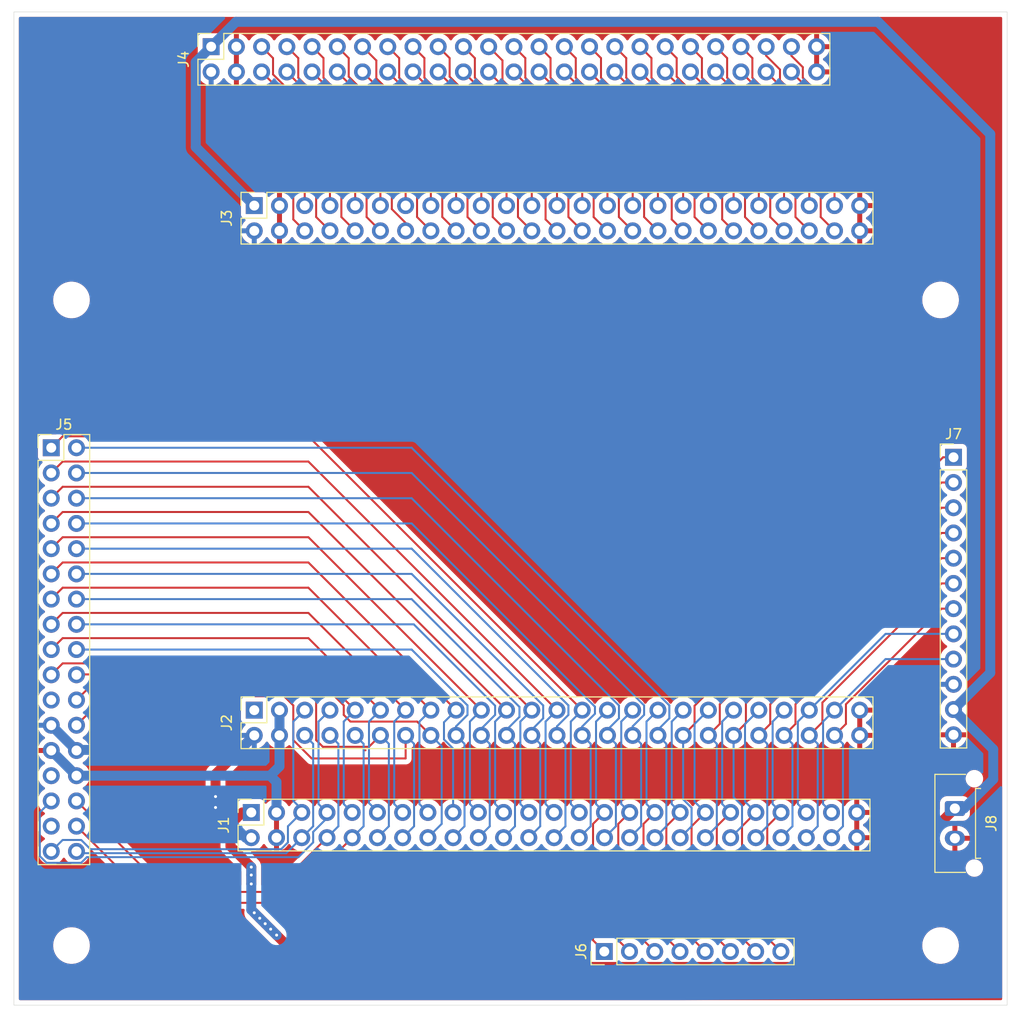
<source format=kicad_pcb>
(kicad_pcb (version 20240108) (generator "pcbnew") (generator_version "8.0")
  (layers (0 "F.Cu" signal) (31 "B.Cu" signal) (34 "B.Paste" user) (35 "F.Paste" user) (36 "B.SilkS" user "B.Silkscreen") (37 "F.SilkS" user "F.Silkscreen") (38 "B.Mask" user) (39 "F.Mask" user) (44 "Edge.Cuts" user))
  (net 0 "")
  (net 1 "/A15")
  (net 2 "/A12")
  (net 3 "/C13")
  (net 4 "/C11")
  (net 5 "/B15")
  (net 6 "/F17")
  (net 7 "/E18")
  (net 8 "/C18")
  (net 9 "/A14")
  (net 10 "+3.3V")
  (net 11 "/G17")
  (net 12 "/E16")
  (net 13 "/B16")
  (net 14 "/D10")
  (net 15 "/A13")
  (net 16 "/E13")
  (net 17 "/A17")
  (net 18 "GND")
  (net 19 "/D11")
  (net 20 "/F14")
  (net 21 "/E17")
  (net 22 "/B9")
  (net 23 "/A9")
  (net 24 "/B11")
  (net 25 "/D13")
  (net 26 "/D9")
  (net 27 "/B12")
  (net 28 "/B17")
  (net 29 "/C14")
  (net 30 "/F15")
  (net 31 "/G16")
  (net 32 "/C12")
  (net 33 "+5V")
  (net 34 "/C17")
  (net 35 "/E15")
  (net 36 "/F18")
  (net 37 "/C9")
  (net 38 "/D18")
  (net 39 "/D14")
  (net 40 "/D16")
  (net 41 "/C16")
  (net 42 "/D15")
  (net 43 "/B10")
  (net 44 "/H16")
  (net 45 "/G15")
  (net 46 "/B14")
  (net 47 "/A10")
  (net 48 "/T4")
  (net 49 "/V3")
  (net 50 "/K1")
  (net 51 "/R1")
  (net 52 "/P1")
  (net 53 "/L4")
  (net 54 "/R5")
  (net 55 "/T3")
  (net 56 "/V6")
  (net 57 "/P4")
  (net 58 "/V4")
  (net 59 "/M2")
  (net 60 "/V8")
  (net 61 "/K5")
  (net 62 "/U6")
  (net 63 "/K6")
  (net 64 "/J4")
  (net 65 "/U7")
  (net 66 "/V7")
  (net 67 "/N2")
  (net 68 "/L5")
  (net 69 "/L3")
  (net 70 "/P3")
  (net 71 "/N1")
  (net 72 "/U2")
  (net 73 "/K3")
  (net 74 "/M6")
  (net 75 "/M1")
  (net 76 "/J6")
  (net 77 "/U5")
  (net 78 "/R3")
  (net 79 "/J5")
  (net 80 "/T7")
  (net 81 "/T2")
  (net 82 "/L2")
  (net 83 "/T5")
  (net 84 "/K2")
  (net 85 "/V2")
  (net 86 "/U4")
  (net 87 "/R6")
  (net 88 "/N4")
  (net 89 "/M5")
  (net 90 "/U1")
  (net 91 "/R7")
  (footprint "Connector_PinSocket_2.54mm:PinSocket_2x25_P2.54mm_Vertical" (layer "F.Cu") (at 80.9 70.5 90)
    (property "Reference" "J3")
    (property "Value" "Conn_02x25_Odd_Even" (hide yes))
  )
  (footprint "Connector_PinSocket_2.54mm:PinSocket_2x25_P2.54mm_Vertical" (layer "F.Cu") (at 80.6 131.6 90)
    (property "Reference" "J1")
    (property "Value" "Conn_02x25_Odd_Even" (hide yes))
  )
  (footprint "Connector_PinSocket_2.54mm:PinSocket_2x25_P2.54mm_Vertical" (layer "F.Cu") (at 76.56 54.5 90)
    (property "Reference" "J4")
    (property "Value" "Conn_02x25_Odd_Even" (hide yes))
  )
  (footprint "MountingHole:MountingHole_3.2mm_M3" (layer "F.Cu") (at 150 145)
    (property "Reference" "REF4" (hide yes))
    (property "Value" "MountingHole_3.2mm_M3" (hide yes))
  )
  (footprint "Connector_Molex:Molex_Micro-Fit_3.0_43650-0215_1x02_P3.00mm_Vertical" (layer "F.Cu") (at 151.44 131.2 -90)
    (property "Reference" "J8")
    (property "Value" "Input")
  )
  (footprint "Connector_PinHeader_2.54mm:PinHeader_1x08_P2.54mm_Vertical" (layer "F.Cu") (at 116.14 145.6 90)
    (property "Reference" "J6")
    (property "Value" "Conn_01x08_Pin" (hide yes))
  )
  (footprint "MountingHole:MountingHole_3.2mm_M3" (layer "F.Cu") (at 150 80)
    (property "Reference" "REF2" (hide yes))
    (property "Value" "MountingHole_3.2mm_M3" (hide yes))
  )
  (footprint "Connector_PinHeader_2.54mm:PinHeader_2x17_P2.54mm_Vertical" (layer "F.Cu") (at 60.46 94.88)
    (property "Reference" "J5")
    (property "Value" "Conn_02x17_Odd_Even" (hide yes))
  )
  (footprint "Connector_PinHeader_2.54mm:PinHeader_1x12_P2.54mm_Vertical" (layer "F.Cu") (at 151.3 95.84)
    (property "Reference" "J7")
    (property "Value" "Conn_01x12_Pin" (hide yes))
  )
  (footprint "Connector_PinSocket_2.54mm:PinSocket_2x25_P2.54mm_Vertical" (layer "F.Cu") (at 80.9 121.3 90)
    (property "Reference" "J2")
    (property "Value" "Conn_02x25_Odd_Even" (hide yes))
  )
  (footprint "MountingHole:MountingHole_3.2mm_M3" (layer "F.Cu") (at 62.5 80)
    (property "Reference" "REF1" (hide yes))
    (property "Value" "MountingHole_3.2mm_M3" (hide yes))
  )
  (footprint "MountingHole:MountingHole_3.2mm_M3" (layer "F.Cu") (at 62.5 145)
    (property "Reference" "REF3" (hide yes))
    (property "Value" "MountingHole_3.2mm_M3" (hide yes))
  )
  (gr_rect (start 56.7 51) (end 156.7 151) (stroke (width 0.05)) (fill none) (layer "Edge.Cuts"))
  (segment (start 108.19 57.624314) (end 111.38 60.814314) (width 0.2) (layer "F.Cu") (net 1))
  (segment (start 108.19 55.65) (end 108.19 57.624314) (width 0.2) (layer "F.Cu") (net 1))
  (segment (start 107.04 54.5) (end 108.19 55.65) (width 0.2) (layer "F.Cu") (net 1))
  (segment (start 111.38 60.814314) (end 111.38 70.5) (width 0.2) (layer "F.Cu") (net 1))
  (segment (start 125.23 59.99) (end 125.23 71.65) (width 0.2) (layer "F.Cu") (net 2))
  (segment (start 122.28 57.04) (end 125.23 59.99) (width 0.2) (layer "F.Cu") (net 2))
  (segment (start 125.23 71.65) (end 126.62 73.04) (width 0.2) (layer "F.Cu") (net 2))
  (segment (start 115.81 55.65) (end 115.81 57.624314) (width 0.2) (layer "F.Cu") (net 3))
  (segment (start 119 60.814314) (end 119 70.5) (width 0.2) (layer "F.Cu") (net 3))
  (segment (start 114.66 54.5) (end 115.81 55.65) (width 0.2) (layer "F.Cu") (net 3))
  (segment (start 115.81 57.624314) (end 119 60.814314) (width 0.2) (layer "F.Cu") (net 3))
  (segment (start 129.16 60.814314) (end 129.16 70.5) (width 0.2) (layer "F.Cu") (net 4))
  (segment (start 124.82 54.5) (end 125.97 55.65) (width 0.2) (layer "F.Cu") (net 4))
  (segment (start 125.97 55.65) (end 125.97 57.624314) (width 0.2) (layer "F.Cu") (net 4))
  (segment (start 125.97 57.624314) (end 129.16 60.814314) (width 0.2) (layer "F.Cu") (net 4))
  (segment (start 110.23 60.23) (end 110.23 71.89) (width 0.2) (layer "F.Cu") (net 5))
  (segment (start 110.23 71.89) (end 111.38 73.04) (width 0.2) (layer "F.Cu") (net 5))
  (segment (start 107.04 57.04) (end 110.23 60.23) (width 0.2) (layer "F.Cu") (net 5))
  (segment (start 84.18 57.04) (end 87.13 59.99) (width 0.2) (layer "F.Cu") (net 6))
  (segment (start 87.13 59.99) (end 87.13 71.65) (width 0.2) (layer "F.Cu") (net 6))
  (segment (start 87.13 71.65) (end 88.52 73.04) (width 0.2) (layer "F.Cu") (net 6))
  (segment (start 85.33 55.65) (end 85.33 57.624314) (width 0.2) (layer "F.Cu") (net 7))
  (segment (start 88.52 60.814314) (end 88.52 70.5) (width 0.2) (layer "F.Cu") (net 7))
  (segment (start 85.33 57.624314) (end 88.52 60.814314) (width 0.2) (layer "F.Cu") (net 7))
  (segment (start 84.18 54.5) (end 85.33 55.65) (width 0.2) (layer "F.Cu") (net 7))
  (segment (start 92.21 71.65) (end 93.6 73.04) (width 0.2) (layer "F.Cu") (net 8))
  (segment (start 89.26 57.04) (end 92.21 59.99) (width 0.2) (layer "F.Cu") (net 8))
  (segment (start 92.21 59.99) (end 92.21 71.65) (width 0.2) (layer "F.Cu") (net 8))
  (segment (start 110.73 57.624314) (end 113.92 60.814314) (width 0.2) (layer "F.Cu") (net 9))
  (segment (start 113.92 60.814314) (end 113.92 70.5) (width 0.2) (layer "F.Cu") (net 9))
  (segment (start 110.73 55.65) (end 110.73 57.624314) (width 0.2) (layer "F.Cu") (net 9))
  (segment (start 109.58 54.5) (end 110.73 55.65) (width 0.2) (layer "F.Cu") (net 9))
  (segment (start 77 127.74) (end 80.9 123.84) (width 1) (layer "F.Cu") (net 10))
  (segment (start 77 130) (end 77 127.74) (width 1) (layer "F.Cu") (net 10))
  (segment (start 77 131.1) (end 77 130) (width 1) (layer "F.Cu") (net 10))
  (via (at 77 131.1) (size 0.6) (drill 0.3) (layers "F.Cu" "B.Cu") (net 10))
  (via (at 77 130) (size 0.6) (drill 0.3) (layers "F.Cu" "B.Cu") (net 10))
  (segment (start 62.94 125.3) (end 79.44 125.3) (width 1) (layer "B.Cu") (net 10))
  (segment (start 80.04 134.14) (end 77 131.1) (width 1) (layer "B.Cu") (net 10))
  (segment (start 77 131.1) (end 77 129.7) (width 1) (layer "B.Cu") (net 10))
  (segment (start 60.46 122.82) (end 62.94 125.3) (width 1) (layer "B.Cu") (net 10))
  (segment (start 80.6 134.14) (end 80.04 134.14) (width 1) (layer "B.Cu") (net 10))
  (segment (start 79.44 125.3) (end 80.9 123.84) (width 1) (layer "B.Cu") (net 10))
  (segment (start 84.83 60.23) (end 81.64 57.04) (width 0.2) (layer "F.Cu") (net 11))
  (segment (start 85.98 73.04) (end 84.83 71.89) (width 0.2) (layer "F.Cu") (net 11))
  (segment (start 84.83 71.89) (end 84.83 60.23) (width 0.2) (layer "F.Cu") (net 11))
  (segment (start 96.88 54.5) (end 98.03 55.65) (width 0.2) (layer "F.Cu") (net 12))
  (segment (start 101.22 60.814314) (end 101.22 70.5) (width 0.2) (layer "F.Cu") (net 12))
  (segment (start 98.03 55.65) (end 98.03 57.624314) (width 0.2) (layer "F.Cu") (net 12))
  (segment (start 98.03 57.624314) (end 101.22 60.814314) (width 0.2) (layer "F.Cu") (net 12))
  (segment (start 104.5 57.04) (end 107.45 59.99) (width 0.2) (layer "F.Cu") (net 13))
  (segment (start 107.45 71.65) (end 108.84 73.04) (width 0.2) (layer "F.Cu") (net 13))
  (segment (start 107.45 59.99) (end 107.45 71.65) (width 0.2) (layer "F.Cu") (net 13))
  (segment (start 130.31 71.65) (end 131.7 73.04) (width 0.2) (layer "F.Cu") (net 14))
  (segment (start 130.31 59.99) (end 130.31 71.65) (width 0.2) (layer "F.Cu") (net 14))
  (segment (start 127.36 57.04) (end 130.31 59.99) (width 0.2) (layer "F.Cu") (net 14))
  (segment (start 118.35 57.624314) (end 121.54 60.814314) (width 0.2) (layer "F.Cu") (net 15))
  (segment (start 117.2 54.5) (end 118.35 55.65) (width 0.2) (layer "F.Cu") (net 15))
  (segment (start 118.35 55.65) (end 118.35 57.624314) (width 0.2) (layer "F.Cu") (net 15))
  (segment (start 121.54 60.814314) (end 121.54 70.5) (width 0.2) (layer "F.Cu") (net 15))
  (segment (start 122.93 71.89) (end 124.08 73.04) (width 0.2) (layer "F.Cu") (net 16))
  (segment (start 122.93 60.23) (end 122.93 71.89) (width 0.2) (layer "F.Cu") (net 16))
  (segment (start 119.74 57.04) (end 122.93 60.23) (width 0.2) (layer "F.Cu") (net 16))
  (segment (start 103.11 55.65) (end 103.11 57.624314) (width 0.2) (layer "F.Cu") (net 17))
  (segment (start 106.3 60.814314) (end 106.3 70.5) (width 0.2) (layer "F.Cu") (net 17))
  (segment (start 101.96 54.5) (end 103.11 55.65) (width 0.2) (layer "F.Cu") (net 17))
  (segment (start 103.11 57.624314) (end 106.3 60.814314) (width 0.2) (layer "F.Cu") (net 17))
  (segment (start 63 127.9) (end 60.46 125.36) (width 1) (layer "B.Cu") (net 18))
  (segment (start 80 127.9) (end 82.5 127.9) (width 1) (layer "B.Cu") (net 18))
  (segment (start 82.5 127.9) (end 83.44 126.96) (width 1) (layer "B.Cu") (net 18))
  (segment (start 63 127.9) (end 80 127.9) (width 1) (layer "B.Cu") (net 18))
  (segment (start 83.44 126.96) (end 83.44 121.3) (width 1) (layer "B.Cu") (net 18))
  (segment (start 83.14 128.54) (end 83.14 131.6) (width 1) (layer "B.Cu") (net 18))
  (segment (start 82.5 127.9) (end 83.14 128.54) (width 1) (layer "B.Cu") (net 18))
  (segment (start 131.7 60.814314) (end 131.7 70.5) (width 0.2) (layer "F.Cu") (net 19))
  (segment (start 128.51 55.65) (end 128.51 57.624314) (width 0.2) (layer "F.Cu") (net 19))
  (segment (start 128.51 57.624314) (end 131.7 60.814314) (width 0.2) (layer "F.Cu") (net 19))
  (segment (start 127.36 54.5) (end 128.51 55.65) (width 0.2) (layer "F.Cu") (net 19))
  (segment (start 120.89 57.624314) (end 124.08 60.814314) (width 0.2) (layer "F.Cu") (net 20))
  (segment (start 124.08 60.814314) (end 124.08 70.5) (width 0.2) (layer "F.Cu") (net 20))
  (segment (start 119.74 54.5) (end 120.89 55.65) (width 0.2) (layer "F.Cu") (net 20))
  (segment (start 120.89 55.65) (end 120.89 57.624314) (width 0.2) (layer "F.Cu") (net 20))
  (segment (start 89.67 59.99) (end 89.67 71.65) (width 0.2) (layer "F.Cu") (net 21))
  (segment (start 89.67 71.65) (end 91.06 73.04) (width 0.2) (layer "F.Cu") (net 21))
  (segment (start 86.72 57.04) (end 89.67 59.99) (width 0.2) (layer "F.Cu") (net 21))
  (segment (start 137.93 59.99) (end 137.93 71.65) (width 0.2) (layer "F.Cu") (net 22))
  (segment (start 134.98 57.04) (end 137.93 59.99) (width 0.2) (layer "F.Cu") (net 22))
  (segment (start 137.93 71.65) (end 139.32 73.04) (width 0.2) (layer "F.Cu") (net 22))
  (segment (start 136.13 56.563654) (end 136.13 57.624314) (width 0.2) (layer "F.Cu") (net 23))
  (segment (start 139.32 60.814314) (end 139.32 70.5) (width 0.2) (layer "F.Cu") (net 23))
  (segment (start 134.98 54.5) (end 134.98 55.413654) (width 0.2) (layer "F.Cu") (net 23))
  (segment (start 136.13 57.624314) (end 139.32 60.814314) (width 0.2) (layer "F.Cu") (net 23))
  (segment (start 134.98 55.413654) (end 136.13 56.563654) (width 0.2) (layer "F.Cu") (net 23))
  (segment (start 128.01 60.23) (end 128.01 71.89) (width 0.2) (layer "F.Cu") (net 24))
  (segment (start 124.82 57.04) (end 128.01 60.23) (width 0.2) (layer "F.Cu") (net 24))
  (segment (start 128.01 71.89) (end 129.16 73.04) (width 0.2) (layer "F.Cu") (net 24))
  (segment (start 117.61 71.65) (end 119 73.04) (width 0.2) (layer "F.Cu") (net 25))
  (segment (start 117.61 59.99) (end 117.61 71.65) (width 0.2) (layer "F.Cu") (net 25))
  (segment (start 114.66 57.04) (end 117.61 59.99) (width 0.2) (layer "F.Cu") (net 25))
  (segment (start 132.85 71.65) (end 134.24 73.04) (width 0.2) (layer "F.Cu") (net 26))
  (segment (start 129.9 57.04) (end 132.85 59.99) (width 0.2) (layer "F.Cu") (net 26))
  (segment (start 132.85 59.99) (end 132.85 71.65) (width 0.2) (layer "F.Cu") (net 26))
  (segment (start 126.62 60.706346) (end 126.62 70.5) (width 0.2) (layer "F.Cu") (net 27))
  (segment (start 122.28 54.5) (end 123.43 55.65) (width 0.2) (layer "F.Cu") (net 27))
  (segment (start 123.43 57.516346) (end 126.62 60.706346) (width 0.2) (layer "F.Cu") (net 27))
  (segment (start 123.43 55.65) (end 123.43 57.516346) (width 0.2) (layer "F.Cu") (net 27))
  (segment (start 104.91 59.99) (end 104.91 71.65) (width 0.2) (layer "F.Cu") (net 28))
  (segment (start 104.91 71.65) (end 106.3 73.04) (width 0.2) (layer "F.Cu") (net 28))
  (segment (start 101.96 57.04) (end 104.91 59.99) (width 0.2) (layer "F.Cu") (net 28))
  (segment (start 112.12 54.5) (end 113.27 55.65) (width 0.2) (layer "F.Cu") (net 29))
  (segment (start 116.46 60.814314) (end 116.46 70.5) (width 0.2) (layer "F.Cu") (net 29))
  (segment (start 113.27 55.65) (end 113.27 57.624314) (width 0.2) (layer "F.Cu") (net 29))
  (segment (start 113.27 57.624314) (end 116.46 60.814314) (width 0.2) (layer "F.Cu") (net 29))
  (segment (start 95.49 57.624314) (end 98.68 60.814314) (width 0.2) (layer "F.Cu") (net 30))
  (segment (start 98.68 60.814314) (end 98.68 70.5) (width 0.2) (layer "F.Cu") (net 30))
  (segment (start 94.34 54.5) (end 95.49 55.65) (width 0.2) (layer "F.Cu") (net 30))
  (segment (start 95.49 55.65) (end 95.49 57.624314) (width 0.2) (layer "F.Cu") (net 30))
  (segment (start 97.29 71.65) (end 98.68 73.04) (width 0.2) (layer "F.Cu") (net 31))
  (segment (start 94.34 57.04) (end 97.29 59.99) (width 0.2) (layer "F.Cu") (net 31))
  (segment (start 97.29 59.99) (end 97.29 71.65) (width 0.2) (layer "F.Cu") (net 31))
  (segment (start 117.2 57.04) (end 120.15 59.99) (width 0.2) (layer "F.Cu") (net 32))
  (segment (start 120.15 59.99) (end 120.15 71.65) (width 0.2) (layer "F.Cu") (net 32))
  (segment (start 120.15 71.65) (end 121.54 73.04) (width 0.2) (layer "F.Cu") (net 32))
  (segment (start 78.5 132.8) (end 79.7 131.6) (width 1) (layer "F.Cu") (net 33))
  (segment (start 83.15 143.95) (end 82.55 143.35) (width 1) (layer "F.Cu") (net 33))
  (segment (start 86.35 147.15) (end 83.15 143.95) (width 1) (layer "F.Cu") (net 33))
  (segment (start 78.5 135) (end 78.5 132.8) (width 1) (layer "F.Cu") (net 33))
  (segment (start 79.7 131.6) (end 80.6 131.6) (width 1) (layer "F.Cu") (net 33))
  (segment (start 81.45 142.25) (end 80.9 141.7) (width 1) (layer "F.Cu") (net 33))
  (segment (start 80.6 137.1) (end 78.5 135) (width 1) (layer "F.Cu") (net 33))
  (segment (start 135.49 147.15) (end 86.35 147.15) (width 1) (layer "F.Cu") (net 33))
  (segment (start 80.6 138.8) (end 80.6 137.1) (width 1) (layer "F.Cu") (net 33))
  (segment (start 82.55 143.35) (end 82 142.8) (width 1) (layer "F.Cu") (net 33))
  (segment (start 82 142.8) (end 81.45 142.25) (width 1) (layer "F.Cu") (net 33))
  (segment (start 151.44 131.2) (end 135.49 147.15) (width 1) (layer "F.Cu") (net 33))
  (via (at 83.15 143.95) (size 0.6) (drill 0.3) (layers "F.Cu" "B.Cu") (net 33))
  (via (at 82 142.8) (size 0.6) (drill 0.3) (layers "F.Cu" "B.Cu") (net 33))
  (via (at 80.6 137.1) (size 0.6) (drill 0.3) (layers "F.Cu" "B.Cu") (net 33))
  (via (at 80.6 137.9) (size 0.6) (drill 0.3) (layers "F.Cu" "B.Cu") (net 33))
  (via (at 82.55 143.35) (size 0.6) (drill 0.3) (layers "F.Cu" "B.Cu") (net 33))
  (via (at 80.9 141.7) (size 0.6) (drill 0.3) (layers "F.Cu" "B.Cu") (net 33))
  (via (at 80.6 138.8) (size 0.6) (drill 0.3) (layers "F.Cu" "B.Cu") (net 33))
  (via (at 81.45 142.25) (size 0.6) (drill 0.3) (layers "F.Cu" "B.Cu") (net 33))
  (segment (start 76.56 54.5) (end 75.01 56.05) (width 1) (layer "B.Cu") (net 33))
  (segment (start 155.3 128.258686) (end 152.358686 131.2) (width 1) (layer "B.Cu") (net 33))
  (segment (start 79.06 52) (end 76.56 54.5) (width 1) (layer "B.Cu") (net 33))
  (segment (start 83.15 143.95) (end 80.6 141.4) (width 1) (layer "B.Cu") (net 33))
  (segment (start 75.01 64.61) (end 80.9 70.5) (width 1) (layer "B.Cu") (net 33))
  (segment (start 151.3 121.24) (end 155.3 125.24) (width 1) (layer "B.Cu") (net 33))
  (segment (start 151.3 121.24) (end 155 117.54) (width 1) (layer "B.Cu") (net 33))
  (segment (start 155 63.3) (end 143.7 52) (width 1) (layer "B.Cu") (net 33))
  (segment (start 75.01 56.05) (end 75.01 64.61) (width 1) (layer "B.Cu") (net 33))
  (segment (start 80.6 141.4) (end 80.6 138.8) (width 1) (layer "B.Cu") (net 33))
  (segment (start 80.6 137.9) (end 80.6 137.1) (width 1) (layer "B.Cu") (net 33))
  (segment (start 155 117.54) (end 155 63.3) (width 1) (layer "B.Cu") (net 33))
  (segment (start 155.3 125.24) (end 155.3 128.258686) (width 1) (layer "B.Cu") (net 33))
  (segment (start 143.7 52) (end 79.06 52) (width 1) (layer "B.Cu") (net 33))
  (segment (start 80.6 138.8) (end 80.6 137.9) (width 1) (layer "B.Cu") (net 33))
  (segment (start 152.358686 131.2) (end 151.44 131.2) (width 1) (layer "B.Cu") (net 33))
  (segment (start 93.6 60.706346) (end 93.6 70.5) (width 0.2) (layer "F.Cu") (net 34))
  (segment (start 90.41 55.65) (end 90.41 57.516346) (width 0.2) (layer "F.Cu") (net 34))
  (segment (start 89.26 54.5) (end 90.41 55.65) (width 0.2) (layer "F.Cu") (net 34))
  (segment (start 90.41 57.516346) (end 93.6 60.706346) (width 0.2) (layer "F.Cu") (net 34))
  (segment (start 99.83 59.99) (end 99.83 71.65) (width 0.2) (layer "F.Cu") (net 35))
  (segment (start 96.88 57.04) (end 99.83 59.99) (width 0.2) (layer "F.Cu") (net 35))
  (segment (start 99.83 71.65) (end 101.22 73.04) (width 0.2) (layer "F.Cu") (net 35))
  (segment (start 82.79 57.29) (end 82.79 55.65) (width 0.2) (layer "F.Cu") (net 36))
  (segment (start 85.98 70.5) (end 85.98 60.48) (width 0.2) (layer "F.Cu") (net 36))
  (segment (start 85.98 60.48) (end 82.79 57.29) (width 0.2) (layer "F.Cu") (net 36))
  (segment (start 82.79 55.65) (end 81.64 54.5) (width 0.2) (layer "F.Cu") (net 36))
  (segment (start 134.24 60.814314) (end 134.24 70.5) (width 0.2) (layer "F.Cu") (net 37))
  (segment (start 131.05 55.65) (end 131.05 57.624314) (width 0.2) (layer "F.Cu") (net 37))
  (segment (start 129.9 54.5) (end 131.05 55.65) (width 0.2) (layer "F.Cu") (net 37))
  (segment (start 131.05 57.624314) (end 134.24 60.814314) (width 0.2) (layer "F.Cu") (net 37))
  (segment (start 87.87 57.624314) (end 91.06 60.814314) (width 0.2) (layer "F.Cu") (net 38))
  (segment (start 87.87 55.65) (end 87.87 57.624314) (width 0.2) (layer "F.Cu") (net 38))
  (segment (start 86.72 54.5) (end 87.87 55.65) (width 0.2) (layer "F.Cu") (net 38))
  (segment (start 91.06 60.814314) (end 91.06 70.5) (width 0.2) (layer "F.Cu") (net 38))
  (segment (start 112.12 57.04) (end 115.07 59.99) (width 0.2) (layer "F.Cu") (net 39))
  (segment (start 115.07 71.65) (end 116.46 73.04) (width 0.2) (layer "F.Cu") (net 39))
  (segment (start 115.07 59.99) (end 115.07 71.65) (width 0.2) (layer "F.Cu") (net 39))
  (segment (start 99.42 54.5) (end 100.57 55.65) (width 0.2) (layer "F.Cu") (net 40))
  (segment (start 100.57 55.65) (end 100.57 57.516346) (width 0.2) (layer "F.Cu") (net 40))
  (segment (start 100.57 57.516346) (end 103.76 60.706346) (width 0.2) (layer "F.Cu") (net 40))
  (segment (start 103.76 60.706346) (end 103.76 70.5) (width 0.2) (layer "F.Cu") (net 40))
  (segment (start 105.89 57.864314) (end 108.84 60.814314) (width 0.2) (layer "F.Cu") (net 41))
  (segment (start 105.89 55.89) (end 105.89 57.864314) (width 0.2) (layer "F.Cu") (net 41))
  (segment (start 108.84 60.814314) (end 108.84 70.5) (width 0.2) (layer "F.Cu") (net 41))
  (segment (start 104.5 54.5) (end 105.89 55.89) (width 0.2) (layer "F.Cu") (net 41))
  (segment (start 102.37 59.99) (end 102.37 71.65) (width 0.2) (layer "F.Cu") (net 42))
  (segment (start 99.42 57.04) (end 102.37 59.99) (width 0.2) (layer "F.Cu") (net 42))
  (segment (start 102.37 71.65) (end 103.76 73.04) (width 0.2) (layer "F.Cu") (net 42))
  (segment (start 135.39 71.65) (end 136.78 73.04) (width 0.2) (layer "F.Cu") (net 43))
  (segment (start 132.44 57.04) (end 135.39 59.99) (width 0.2) (layer "F.Cu") (net 43))
  (segment (start 135.39 59.99) (end 135.39 71.65) (width 0.2) (layer "F.Cu") (net 43))
  (segment (start 96.14 72.24) (end 96.14 73.04) (width 0.2) (layer "F.Cu") (net 44))
  (segment (start 94.75 70.85) (end 96.14 72.24) (width 0.2) (layer "F.Cu") (net 44))
  (segment (start 94.75 59.99) (end 94.75 70.85) (width 0.2) (layer "F.Cu") (net 44))
  (segment (start 91.8 57.04) (end 94.75 59.99) (width 0.2) (layer "F.Cu") (net 44))
  (segment (start 93.19 57.69) (end 96.14 60.64) (width 0.2) (layer "F.Cu") (net 45))
  (segment (start 96.14 60.64) (end 96.14 70.5) (width 0.2) (layer "F.Cu") (net 45))
  (segment (start 93.19 55.89) (end 93.19 57.69) (width 0.2) (layer "F.Cu") (net 45))
  (segment (start 91.8 54.5) (end 93.19 55.89) (width 0.2) (layer "F.Cu") (net 45))
  (segment (start 112.53 59.99) (end 112.53 71.65) (width 0.2) (layer "F.Cu") (net 46))
  (segment (start 109.58 57.04) (end 112.53 59.99) (width 0.2) (layer "F.Cu") (net 46))
  (segment (start 112.53 71.65) (end 113.92 73.04) (width 0.2) (layer "F.Cu") (net 46))
  (segment (start 133.83 56.803654) (end 133.83 57.864314) (width 0.2) (layer "F.Cu") (net 47))
  (segment (start 136.78 60.814314) (end 136.78 70.5) (width 0.2) (layer "F.Cu") (net 47))
  (segment (start 132.44 55.413654) (end 133.83 56.803654) (width 0.2) (layer "F.Cu") (net 47))
  (segment (start 132.44 54.5) (end 132.44 55.413654) (width 0.2) (layer "F.Cu") (net 47))
  (segment (start 133.83 57.864314) (end 136.78 60.814314) (width 0.2) (layer "F.Cu") (net 47))
  (segment (start 63 122.82) (end 63.13 122.69) (width 0.2) (layer "F.Cu") (net 48))
  (segment (start 63 122.82) (end 65.92 119.9) (width 0.2) (layer "F.Cu") (net 48))
  (segment (start 86.673654 126.16) (end 96.14 126.16) (width 0.2) (layer "F.Cu") (net 48))
  (segment (start 96.14 126.16) (end 96.14 123.84) (width 0.2) (layer "F.Cu") (net 48))
  (segment (start 84.83 120.823654) (end 84.83 124.316346) (width 0.2) (layer "F.Cu") (net 48))
  (segment (start 83.906346 119.9) (end 84.83 120.823654) (width 0.2) (layer "F.Cu") (net 48))
  (segment (start 84.83 124.316346) (end 86.673654 126.16) (width 0.2) (layer "F.Cu") (net 48))
  (segment (start 65.92 119.9) (end 83.906346 119.9) (width 0.2) (layer "F.Cu") (net 48))
  (segment (start 96.99 124.69) (end 96.14 123.84) (width 0.2) (layer "B.Cu") (net 48))
  (segment (start 96.99 132.99) (end 96.99 124.69) (width 0.2) (layer "B.Cu") (net 48))
  (segment (start 95.84 134.14) (end 96.99 132.99) (width 0.2) (layer "B.Cu") (net 48))
  (segment (start 61.61 103.89) (end 86.35 103.89) (width 0.2) (layer "F.Cu") (net 49))
  (segment (start 60.46 105.04) (end 61.61 103.89) (width 0.2) (layer "F.Cu") (net 49))
  (segment (start 86.35 103.89) (end 103.76 121.3) (width 0.2) (layer "F.Cu") (net 49))
  (segment (start 102.61 130.75) (end 102.61 122.45) (width 0.2) (layer "B.Cu") (net 49))
  (segment (start 103.46 131.6) (end 102.61 130.75) (width 0.2) (layer "B.Cu") (net 49))
  (segment (start 102.61 122.45) (end 103.76 121.3) (width 0.2) (layer "B.Cu") (net 49))
  (segment (start 150.097919 111.08) (end 140.47 120.707919) (width 0.2) (layer "F.Cu") (net 50))
  (segment (start 140.47 122.69) (end 139.32 123.84) (width 0.2) (layer "F.Cu") (net 50))
  (segment (start 140.47 120.707919) (end 140.47 122.69) (width 0.2) (layer "F.Cu") (net 50))
  (segment (start 151.3 111.08) (end 150.097919 111.08) (width 0.2) (layer "F.Cu") (net 50))
  (segment (start 139.02 134.14) (end 140.17 132.99) (width 0.2) (layer "B.Cu") (net 50))
  (segment (start 140.17 132.99) (end 140.17 124.69) (width 0.2) (layer "B.Cu") (net 50))
  (segment (start 140.17 124.69) (end 139.32 123.84) (width 0.2) (layer "B.Cu") (net 50))
  (segment (start 125.23 122.69) (end 124.08 123.84) (width 0.2) (layer "F.Cu") (net 51))
  (segment (start 150.25 95.84) (end 125.23 120.86) (width 0.2) (layer "F.Cu") (net 51))
  (segment (start 125.23 120.86) (end 125.23 122.69) (width 0.2) (layer "F.Cu") (net 51))
  (segment (start 151.3 95.84) (end 150.25 95.84) (width 0.2) (layer "F.Cu") (net 51))
  (segment (start 124.93 131.123654) (end 124.08 130.273654) (width 0.2) (layer "B.Cu") (net 51))
  (segment (start 124.93 132.99) (end 124.93 131.123654) (width 0.2) (layer "B.Cu") (net 51))
  (segment (start 124.08 130.273654) (end 124.08 123.84) (width 0.2) (layer "B.Cu") (net 51))
  (segment (start 123.78 134.14) (end 124.93 132.99) (width 0.2) (layer "B.Cu") (net 51))
  (segment (start 122.39 144.23) (end 122.39 132.99) (width 0.2) (layer "F.Cu") (net 52))
  (segment (start 123.76 145.6) (end 122.39 144.23) (width 0.2) (layer "F.Cu") (net 52))
  (segment (start 122.39 132.99) (end 123.78 131.6) (width 0.2) (layer "F.Cu") (net 52))
  (segment (start 123.78 131.6) (end 122.93 130.75) (width 0.2) (layer "B.Cu") (net 52))
  (segment (start 122.93 130.75) (end 122.93 122.45) (width 0.2) (layer "B.Cu") (net 52))
  (segment (start 122.93 122.45) (end 124.08 121.3) (width 0.2) (layer "B.Cu") (net 52))
  (segment (start 120.15 121.776346) (end 119 122.926346) (width 0.2) (layer "B.Cu") (net 53))
  (segment (start 119.85 124.69) (end 119 123.84) (width 0.2) (layer "B.Cu") (net 53))
  (segment (start 96.746346 97.42) (end 120.15 120.823654) (width 0.2) (layer "B.Cu") (net 53))
  (segment (start 119.85 132.99) (end 119.85 124.69) (width 0.2) (layer "B.Cu") (net 53))
  (segment (start 119 122.926346) (end 119 123.84) (width 0.2) (layer "B.Cu") (net 53))
  (segment (start 120.15 120.823654) (end 120.15 121.776346) (width 0.2) (layer "B.Cu") (net 53))
  (segment (start 63 97.42) (end 96.746346 97.42) (width 0.2) (layer "B.Cu") (net 53))
  (segment (start 118.7 134.14) (end 119.85 132.99) (width 0.2) (layer "B.Cu") (net 53))
  (segment (start 60.46 112.66) (end 61.61 111.51) (width 0.2) (layer "F.Cu") (net 54))
  (segment (start 86.35 111.51) (end 96.14 121.3) (width 0.2) (layer "F.Cu") (net 54))
  (segment (start 61.61 111.51) (end 86.35 111.51) (width 0.2) (layer "F.Cu") (net 54))
  (segment (start 95.84 131.6) (end 94.99 130.75) (width 0.2) (layer "B.Cu") (net 54))
  (segment (start 94.99 122.45) (end 96.14 121.3) (width 0.2) (layer "B.Cu") (net 54))
  (segment (start 94.99 130.75) (end 94.99 122.45) (width 0.2) (layer "B.Cu") (net 54))
  (segment (start 108.54 134.14) (end 109.69 132.99) (width 0.2) (layer "B.Cu") (net 55))
  (segment (start 96.746346 107.58) (end 109.99 120.823654) (width 0.2) (layer "B.Cu") (net 55))
  (segment (start 109.99 122.124314) (end 108.84 123.274314) (width 0.2) (layer "B.Cu") (net 55))
  (segment (start 63 107.58) (end 96.746346 107.58) (width 0.2) (layer "B.Cu") (net 55))
  (segment (start 109.69 132.99) (end 109.69 124.69) (width 0.2) (layer "B.Cu") (net 55))
  (segment (start 109.69 124.69) (end 108.84 123.84) (width 0.2) (layer "B.Cu") (net 55))
  (segment (start 108.84 123.274314) (end 108.84 123.84) (width 0.2) (layer "B.Cu") (net 55))
  (segment (start 109.99 120.823654) (end 109.99 122.124314) (width 0.2) (layer "B.Cu") (net 55))
  (segment (start 63 130.44) (end 72.16 139.6) (width 0.2) (layer "F.Cu") (net 56))
  (segment (start 72.16 139.6) (end 82.76 139.6) (width 0.2) (layer "F.Cu") (net 56))
  (segment (start 82.76 139.6) (end 88.22 134.14) (width 0.2) (layer "F.Cu") (net 56))
  (segment (start 88.22 134.14) (end 89.37 132.99) (width 0.2) (layer "B.Cu") (net 56))
  (segment (start 89.37 124.69) (end 88.52 123.84) (width 0.2) (layer "B.Cu") (net 56))
  (segment (start 89.37 132.99) (end 89.37 124.69) (width 0.2) (layer "B.Cu") (net 56))
  (segment (start 61.61 98.81) (end 86.35 98.81) (width 0.2) (layer "F.Cu") (net 57))
  (segment (start 60.46 99.96) (end 61.61 98.81) (width 0.2) (layer "F.Cu") (net 57))
  (segment (start 86.35 98.81) (end 108.84 121.3) (width 0.2) (layer "F.Cu") (net 57))
  (segment (start 107.69 130.75) (end 107.69 122.45) (width 0.2) (layer "B.Cu") (net 57))
  (segment (start 108.54 131.6) (end 107.69 130.75) (width 0.2) (layer "B.Cu") (net 57))
  (segment (start 107.69 122.45) (end 108.84 121.3) (width 0.2) (layer "B.Cu") (net 57))
  (segment (start 60.46 107.58) (end 61.61 106.43) (width 0.2) (layer "F.Cu") (net 58))
  (segment (start 61.61 106.43) (end 86.35 106.43) (width 0.2) (layer "F.Cu") (net 58))
  (segment (start 86.35 106.43) (end 101.22 121.3) (width 0.2) (layer "F.Cu") (net 58))
  (segment (start 100 124.246346) (end 100 122.52) (width 0.2) (layer "B.Cu") (net 58))
  (segment (start 100 122.52) (end 101.22 121.3) (width 0.2) (layer "B.Cu") (net 58))
  (segment (start 100.92 125.166346) (end 100 124.246346) (width 0.2) (layer "B.Cu") (net 58))
  (segment (start 100.92 131.6) (end 100.92 125.166346) (width 0.2) (layer "B.Cu") (net 58))
  (segment (start 127.47 132.99) (end 128.86 131.6) (width 0.2) (layer "F.Cu") (net 59))
  (segment (start 128.84 145.6) (end 127.47 144.23) (width 0.2) (layer "F.Cu") (net 59))
  (segment (start 127.47 144.23) (end 127.47 132.99) (width 0.2) (layer "F.Cu") (net 59))
  (segment (start 128.01 130.75) (end 128.01 122.45) (width 0.2) (layer "B.Cu") (net 59))
  (segment (start 128.01 122.45) (end 129.16 121.3) (width 0.2) (layer "B.Cu") (net 59))
  (segment (start 128.86 131.6) (end 128.01 130.75) (width 0.2) (layer "B.Cu") (net 59))
  (segment (start 84.83 130.43) (end 84.83 122.45) (width 0.2) (layer "B.Cu") (net 60))
  (segment (start 85.68 131.28) (end 84.83 130.43) (width 0.2) (layer "B.Cu") (net 60))
  (segment (start 63.476346 134.37) (end 64.406346 135.3) (width 0.2) (layer "B.Cu") (net 60))
  (segment (start 64.406346 135.3) (end 83.606346 135.3) (width 0.2) (layer "B.Cu") (net 60))
  (segment (start 84.83 122.45) (end 85.98 121.3) (width 0.2) (layer "B.Cu") (net 60))
  (segment (start 60.46 135.52) (end 61.61 134.37) (width 0.2) (layer "B.Cu") (net 60))
  (segment (start 83.606346 135.3) (end 84.29 134.616346) (width 0.2) (layer "B.Cu") (net 60))
  (segment (start 84.29 132.99) (end 85.68 131.6) (width 0.2) (layer "B.Cu") (net 60))
  (segment (start 61.61 134.37) (end 63.476346 134.37) (width 0.2) (layer "B.Cu") (net 60))
  (segment (start 85.68 131.6) (end 85.68 131.28) (width 0.2) (layer "B.Cu") (net 60))
  (segment (start 84.29 134.616346) (end 84.29 132.99) (width 0.2) (layer "B.Cu") (net 60))
  (segment (start 122.69 122.124314) (end 121.54 123.274314) (width 0.2) (layer "B.Cu") (net 61))
  (segment (start 96.746346 94.88) (end 122.69 120.823654) (width 0.2) (layer "B.Cu") (net 61))
  (segment (start 122.39 132.99) (end 122.39 124.69) (width 0.2) (layer "B.Cu") (net 61))
  (segment (start 121.54 123.274314) (end 121.54 123.84) (width 0.2) (layer "B.Cu") (net 61))
  (segment (start 63 94.88) (end 96.746346 94.88) (width 0.2) (layer "B.Cu") (net 61))
  (segment (start 122.69 120.823654) (end 122.69 122.124314) (width 0.2) (layer "B.Cu") (net 61))
  (segment (start 122.39 124.69) (end 121.54 123.84) (width 0.2) (layer "B.Cu") (net 61))
  (segment (start 121.24 134.14) (end 122.39 132.99) (width 0.2) (layer "B.Cu") (net 61))
  (segment (start 60.46 110.12) (end 61.61 108.97) (width 0.2) (layer "F.Cu") (net 62))
  (segment (start 86.35 108.97) (end 98.68 121.3) (width 0.2) (layer "F.Cu") (net 62))
  (segment (start 61.61 108.97) (end 86.35 108.97) (width 0.2) (layer "F.Cu") (net 62))
  (segment (start 97.53 130.75) (end 97.53 122.45) (width 0.2) (layer "B.Cu") (net 62))
  (segment (start 97.53 122.45) (end 98.68 121.3) (width 0.2) (layer "B.Cu") (net 62))
  (segment (start 98.38 131.6) (end 97.53 130.75) (width 0.2) (layer "B.Cu") (net 62))
  (segment (start 151.3 106) (end 150.097919 106) (width 0.2) (layer "F.Cu") (net 63))
  (segment (start 135.39 120.707919) (end 135.39 122.69) (width 0.2) (layer "F.Cu") (net 63))
  (segment (start 135.39 122.69) (end 134.24 123.84) (width 0.2) (layer "F.Cu") (net 63))
  (segment (start 150.097919 106) (end 135.39 120.707919) (width 0.2) (layer "F.Cu") (net 63))
  (segment (start 135.09 124.69) (end 134.24 123.84) (width 0.2) (layer "B.Cu") (net 63))
  (segment (start 135.09 132.99) (end 135.09 124.69) (width 0.2) (layer "B.Cu") (net 63))
  (segment (start 133.94 134.14) (end 135.09 132.99) (width 0.2) (layer "B.Cu") (net 63))
  (segment (start 132.85 122.69) (end 131.7 123.84) (width 0.2) (layer "F.Cu") (net 64))
  (segment (start 151.3 103.46) (end 150.097919 103.46) (width 0.2) (layer "F.Cu") (net 64))
  (segment (start 150.097919 103.46) (end 132.85 120.707919) (width 0.2) (layer "F.Cu") (net 64))
  (segment (start 132.85 120.707919) (end 132.85 122.69) (width 0.2) (layer "F.Cu") (net 64))
  (segment (start 132.55 124.69) (end 131.7 123.84) (width 0.2) (layer "B.Cu") (net 64))
  (segment (start 131.4 134.14) (end 132.55 132.99) (width 0.2) (layer "B.Cu") (net 64))
  (segment (start 132.55 132.99) (end 132.55 124.69) (width 0.2) (layer "B.Cu") (net 64))
  (segment (start 59.31 131.59) (end 60.46 130.44) (width 0.2) (layer "B.Cu") (net 65))
  (segment (start 59.31 135.996346) (end 59.31 131.59) (width 0.2) (layer "B.Cu") (net 65))
  (segment (start 64.046346 136.1) (end 63.476346 136.67) (width 0.2) (layer "B.Cu") (net 65))
  (segment (start 85.346346 136.1) (end 64.046346 136.1) (width 0.2) (layer "B.Cu") (net 65))
  (segment (start 88.22 131.6) (end 87.37 130.75) (width 0.2) (layer "B.Cu") (net 65))
  (segment (start 87.37 130.75) (end 87.37 122.45) (width 0.2) (layer "B.Cu") (net 65))
  (segment (start 59.983654 136.67) (end 59.31 135.996346) (width 0.2) (layer "B.Cu") (net 65))
  (segment (start 87.37 122.45) (end 88.52 121.3) (width 0.2) (layer "B.Cu") (net 65))
  (segment (start 88.22 131.6) (end 88.22 132.165685) (width 0.2) (layer "B.Cu") (net 65))
  (segment (start 86.83 133.555685) (end 86.83 134.616346) (width 0.2) (layer "B.Cu") (net 65))
  (segment (start 86.83 134.616346) (end 85.346346 136.1) (width 0.2) (layer "B.Cu") (net 65))
  (segment (start 63.476346 136.67) (end 59.983654 136.67) (width 0.2) (layer "B.Cu") (net 65))
  (segment (start 88.22 132.165685) (end 86.83 133.555685) (width 0.2) (layer "B.Cu") (net 65))
  (segment (start 85.68 134.14) (end 86.83 132.99) (width 0.2) (layer "B.Cu") (net 66))
  (segment (start 85.68 134.14) (end 84.12 135.7) (width 0.2) (layer "B.Cu") (net 66))
  (segment (start 84.12 135.7) (end 63.18 135.7) (width 0.2) (layer "B.Cu") (net 66))
  (segment (start 86.83 132.99) (end 86.83 124.69) (width 0.2) (layer "B.Cu") (net 66))
  (segment (start 63.18 135.7) (end 63 135.52) (width 0.2) (layer "B.Cu") (net 66))
  (segment (start 86.83 124.69) (end 85.98 123.84) (width 0.2) (layer "B.Cu") (net 66))
  (segment (start 151.3 98.38) (end 150.097919 98.38) (width 0.2) (layer "F.Cu") (net 67))
  (segment (start 150.097919 98.38) (end 127.77 120.707919) (width 0.2) (layer "F.Cu") (net 67))
  (segment (start 127.77 122.69) (end 126.62 123.84) (width 0.2) (layer "F.Cu") (net 67))
  (segment (start 127.77 120.707919) (end 127.77 122.69) (width 0.2) (layer "F.Cu") (net 67))
  (segment (start 127.47 124.69) (end 126.62 123.84) (width 0.2) (layer "B.Cu") (net 67))
  (segment (start 127.47 132.99) (end 127.47 124.69) (width 0.2) (layer "B.Cu") (net 67))
  (segment (start 126.32 134.14) (end 127.47 132.99) (width 0.2) (layer "B.Cu") (net 67))
  (segment (start 117.55 144.47) (end 117.55 132.75) (width 0.2) (layer "F.Cu") (net 68))
  (segment (start 118.68 145.6) (end 117.55 144.47) (width 0.2) (layer "F.Cu") (net 68))
  (segment (start 117.55 132.75) (end 118.7 131.6) (width 0.2) (layer "F.Cu") (net 68))
  (segment (start 118.7 131.6) (end 117.85 130.75) (width 0.2) (layer "B.Cu") (net 68))
  (segment (start 117.85 122.45) (end 119 121.3) (width 0.2) (layer "B.Cu") (net 68))
  (segment (start 117.85 130.75) (end 117.85 122.45) (width 0.2) (layer "B.Cu") (net 68))
  (segment (start 150.097919 108.54) (end 138.1 120.537919) (width 0.2) (layer "F.Cu") (net 69))
  (segment (start 138.1 122.52) (end 136.78 123.84) (width 0.2) (layer "F.Cu") (net 69))
  (segment (start 138.1 120.537919) (end 138.1 122.52) (width 0.2) (layer "F.Cu") (net 69))
  (segment (start 151.3 108.54) (end 150.097919 108.54) (width 0.2) (layer "F.Cu") (net 69))
  (segment (start 137.63 132.99) (end 137.63 124.69) (width 0.2) (layer "B.Cu") (net 69))
  (segment (start 137.63 124.69) (end 136.78 123.84) (width 0.2) (layer "B.Cu") (net 69))
  (segment (start 136.48 134.14) (end 137.63 132.99) (width 0.2) (layer "B.Cu") (net 69))
  (segment (start 96.746346 102.5) (end 115.2 120.953654) (width 0.2) (layer "B.Cu") (net 70))
  (segment (start 114.77 132.99) (end 114.77 124.69) (width 0.2) (layer "B.Cu") (net 70))
  (segment (start 63 102.5) (end 96.746346 102.5) (width 0.2) (layer "B.Cu") (net 70))
  (segment (start 114.77 124.69) (end 113.92 123.84) (width 0.2) (layer "B.Cu") (net 70))
  (segment (start 113.62 134.14) (end 114.77 132.99) (width 0.2) (layer "B.Cu") (net 70))
  (segment (start 115.2 121.666346) (end 113.92 122.946346) (width 0.2) (layer "B.Cu") (net 70))
  (segment (start 113.92 122.946346) (end 113.92 123.84) (width 0.2) (layer "B.Cu") (net 70))
  (segment (start 115.2 120.953654) (end 115.2 121.666346) (width 0.2) (layer "B.Cu") (net 70))
  (segment (start 126.3 145.6) (end 124.93 144.23) (width 0.2) (layer "F.Cu") (net 71))
  (segment (start 124.93 144.23) (end 124.93 132.99) (width 0.2) (layer "F.Cu") (net 71))
  (segment (start 124.93 132.99) (end 126.32 131.6) (width 0.2) (layer "F.Cu") (net 71))
  (segment (start 125.23 122.69) (end 126.62 121.3) (width 0.2) (layer "B.Cu") (net 71))
  (segment (start 125.23 130.51) (end 125.23 122.69) (width 0.2) (layer "B.Cu") (net 71))
  (segment (start 126.32 131.6) (end 125.23 130.51) (width 0.2) (layer "B.Cu") (net 71))
  (segment (start 86.35 101.35) (end 106.3 121.3) (width 0.2) (layer "F.Cu") (net 72))
  (segment (start 61.61 101.35) (end 86.35 101.35) (width 0.2) (layer "F.Cu") (net 72))
  (segment (start 60.46 102.5) (end 61.61 101.35) (width 0.2) (layer "F.Cu") (net 72))
  (segment (start 105.15 122.45) (end 106.3 121.3) (width 0.2) (layer "B.Cu") (net 72))
  (segment (start 105.15 130.75) (end 105.15 122.45) (width 0.2) (layer "B.Cu") (net 72))
  (segment (start 106 131.6) (end 105.15 130.75) (width 0.2) (layer "B.Cu") (net 72))
  (segment (start 120.09 144.47) (end 120.09 132.75) (width 0.2) (layer "F.Cu") (net 73))
  (segment (start 120.09 132.75) (end 121.24 131.6) (width 0.2) (layer "F.Cu") (net 73))
  (segment (start 121.22 145.6) (end 120.09 144.47) (width 0.2) (layer "F.Cu") (net 73))
  (segment (start 121.24 131.6) (end 120.39 130.75) (width 0.2) (layer "B.Cu") (net 73))
  (segment (start 120.39 122.45) (end 121.54 121.3) (width 0.2) (layer "B.Cu") (net 73))
  (segment (start 120.39 130.75) (end 120.39 122.45) (width 0.2) (layer "B.Cu") (net 73))
  (segment (start 115.01 144.47) (end 115.01 132.75) (width 0.2) (layer "F.Cu") (net 74))
  (segment (start 116.14 145.6) (end 115.01 144.47) (width 0.2) (layer "F.Cu") (net 74))
  (segment (start 115.01 132.75) (end 116.16 131.6) (width 0.2) (layer "F.Cu") (net 74))
  (segment (start 115.31 130.75) (end 115.31 122.45) (width 0.2) (layer "B.Cu") (net 74))
  (segment (start 116.16 131.6) (end 115.31 130.75) (width 0.2) (layer "B.Cu") (net 74))
  (segment (start 115.31 122.45) (end 116.46 121.3) (width 0.2) (layer "B.Cu") (net 74))
  (segment (start 130.4 122.6) (end 129.16 123.84) (width 0.2) (layer "F.Cu") (net 75))
  (segment (start 130.4 120.617919) (end 130.4 122.6) (width 0.2) (layer "F.Cu") (net 75))
  (segment (start 151.3 100.92) (end 150.097919 100.92) (width 0.2) (layer "F.Cu") (net 75))
  (segment (start 150.097919 100.92) (end 130.4 120.617919) (width 0.2) (layer "F.Cu") (net 75))
  (segment (start 128.86 134.14) (end 130.01 132.99) (width 0.2) (layer "B.Cu") (net 75))
  (segment (start 130.01 132.99) (end 130.01 130.91) (width 0.2) (layer "B.Cu") (net 75))
  (segment (start 130.01 130.91) (end 129.16 130.06) (width 0.2) (layer "B.Cu") (net 75))
  (segment (start 129.16 130.06) (end 129.16 123.84) (width 0.2) (layer "B.Cu") (net 75))
  (segment (start 133.92 145.6) (end 132.55 144.23) (width 0.2) (layer "F.Cu") (net 76))
  (segment (start 132.55 144.23) (end 132.55 132.99) (width 0.2) (layer "F.Cu") (net 76))
  (segment (start 132.55 132.99) (end 133.94 131.6) (width 0.2) (layer "F.Cu") (net 76))
  (segment (start 133.09 130.75) (end 133.09 122.45) (width 0.2) (layer "B.Cu") (net 76))
  (segment (start 133.09 122.45) (end 134.24 121.3) (width 0.2) (layer "B.Cu") (net 76))
  (segment (start 133.94 131.6) (end 133.09 130.75) (width 0.2) (layer "B.Cu") (net 76))
  (segment (start 90.583654 122.45) (end 97.29 122.45) (width 0.2) (layer "F.Cu") (net 77))
  (segment (start 63.04 117.7) (end 86.786346 117.7) (width 0.2) (layer "F.Cu") (net 77))
  (segment (start 63 117.74) (end 63.04 117.7) (width 0.2) (layer "F.Cu") (net 77))
  (segment (start 89.91 121.776346) (end 90.583654 122.45) (width 0.2) (layer "F.Cu") (net 77))
  (segment (start 97.29 122.45) (end 98.68 123.84) (width 0.2) (layer "F.Cu") (net 77))
  (segment (start 89.91 120.823654) (end 89.91 121.776346) (width 0.2) (layer "F.Cu") (net 77))
  (segment (start 86.786346 117.7) (end 89.91 120.823654) (width 0.2) (layer "F.Cu") (net 77))
  (segment (start 98.38 134.14) (end 99.77 132.75) (width 0.2) (layer "B.Cu") (net 77))
  (segment (start 99.77 132.75) (end 99.77 124.93) (width 0.2) (layer "B.Cu") (net 77))
  (segment (start 99.77 124.93) (end 98.68 123.84) (width 0.2) (layer "B.Cu") (net 77))
  (segment (start 61.61 96.27) (end 86.35 96.27) (width 0.2) (layer "F.Cu") (net 78))
  (segment (start 86.35 96.27) (end 111.38 121.3) (width 0.2) (layer "F.Cu") (net 78))
  (segment (start 60.46 97.42) (end 61.61 96.27) (width 0.2) (layer "F.Cu") (net 78))
  (segment (start 111.08 131.6) (end 110.23 130.75) (width 0.2) (layer "B.Cu") (net 78))
  (segment (start 110.23 122.45) (end 111.38 121.3) (width 0.2) (layer "B.Cu") (net 78))
  (segment (start 110.23 130.75) (end 110.23 122.45) (width 0.2) (layer "B.Cu") (net 78))
  (segment (start 130.01 144.23) (end 130.01 132.99) (width 0.2) (layer "F.Cu") (net 79))
  (segment (start 131.38 145.6) (end 130.01 144.23) (width 0.2) (layer "F.Cu") (net 79))
  (segment (start 130.01 132.99) (end 131.4 131.6) (width 0.2) (layer "F.Cu") (net 79))
  (segment (start 130.31 130.51) (end 130.31 122.69) (width 0.2) (layer "B.Cu") (net 79))
  (segment (start 130.31 122.69) (end 131.7 121.3) (width 0.2) (layer "B.Cu") (net 79))
  (segment (start 131.4 131.6) (end 130.31 130.51) (width 0.2) (layer "B.Cu") (net 79))
  (segment (start 86.35 116.59) (end 91.06 121.3) (width 0.2) (layer "F.Cu") (net 80))
  (segment (start 61.61 116.59) (end 86.35 116.59) (width 0.2) (layer "F.Cu") (net 80))
  (segment (start 60.46 117.74) (end 61.61 116.59) (width 0.2) (layer "F.Cu") (net 80))
  (segment (start 90.76 131.6) (end 89.91 130.75) (width 0.2) (layer "B.Cu") (net 80))
  (segment (start 89.91 122.45) (end 91.06 121.3) (width 0.2) (layer "B.Cu") (net 80))
  (segment (start 89.91 130.75) (end 89.91 122.45) (width 0.2) (layer "B.Cu") (net 80))
  (segment (start 112.53 120.823654) (end 112.53 121.776346) (width 0.2) (layer "B.Cu") (net 81))
  (segment (start 111.08 134.14) (end 112.23 132.99) (width 0.2) (layer "B.Cu") (net 81))
  (segment (start 112.23 124.69) (end 111.38 123.84) (width 0.2) (layer "B.Cu") (net 81))
  (segment (start 96.746346 105.04) (end 112.53 120.823654) (width 0.2) (layer "B.Cu") (net 81))
  (segment (start 112.53 121.776346) (end 111.38 122.926346) (width 0.2) (layer "B.Cu") (net 81))
  (segment (start 63 105.04) (end 96.746346 105.04) (width 0.2) (layer "B.Cu") (net 81))
  (segment (start 112.23 132.99) (end 112.23 124.69) (width 0.2) (layer "B.Cu") (net 81))
  (segment (start 111.38 122.926346) (end 111.38 123.84) (width 0.2) (layer "B.Cu") (net 81))
  (segment (start 144.46 113.62) (end 136.78 121.3) (width 0.2) (layer "B.Cu") (net 82))
  (segment (start 136.48 131.6) (end 135.63 130.75) (width 0.2) (layer "B.Cu") (net 82))
  (segment (start 135.63 130.75) (end 135.63 122.45) (width 0.2) (layer "B.Cu") (net 82))
  (segment (start 151.3 113.62) (end 144.46 113.62) (width 0.2) (layer "B.Cu") (net 82))
  (segment (start 135.63 122.45) (end 136.78 121.3) (width 0.2) (layer "B.Cu") (net 82))
  (segment (start 64.28 119) (end 85.8 119) (width 0.2) (layer "F.Cu") (net 83))
  (segment (start 63 120.28) (end 64.28 119) (width 0.2) (layer "F.Cu") (net 83))
  (segment (start 87.803654 124.99) (end 92.45 124.99) (width 0.2) (layer "F.Cu") (net 83))
  (segment (start 92.06 125.34) (end 92.1 125.34) (width 0.2) (layer "F.Cu") (net 83))
  (segment (start 87.13 124.316346) (end 87.803654 124.99) (width 0.2) (layer "F.Cu") (net 83))
  (segment (start 92.45 124.99) (end 93.6 123.84) (width 0.2) (layer "F.Cu") (net 83))
  (segment (start 85.8 119) (end 87.13 120.33) (width 0.2) (layer "F.Cu") (net 83))
  (segment (start 87.13 120.33) (end 87.13 124.316346) (width 0.2) (layer "F.Cu") (net 83))
  (segment (start 94.45 124.69) (end 93.6 123.84) (width 0.2) (layer "B.Cu") (net 83))
  (segment (start 94.45 132.99) (end 94.45 124.69) (width 0.2) (layer "B.Cu") (net 83))
  (segment (start 93.3 134.14) (end 94.45 132.99) (width 0.2) (layer "B.Cu") (net 83))
  (segment (start 144.46 116.16) (end 139.32 121.3) (width 0.2) (layer "B.Cu") (net 84))
  (segment (start 151.3 116.16) (end 144.46 116.16) (width 0.2) (layer "B.Cu") (net 84))
  (segment (start 138.17 130.75) (end 138.17 122.45) (width 0.2) (layer "B.Cu") (net 84))
  (segment (start 138.17 122.45) (end 139.32 121.3) (width 0.2) (layer "B.Cu") (net 84))
  (segment (start 139.02 131.6) (end 138.17 130.75) (width 0.2) (layer "B.Cu") (net 84))
  (segment (start 103.46 134.14) (end 104.61 132.99) (width 0.2) (layer "B.Cu") (net 85))
  (segment (start 104.61 132.99) (end 104.61 124.69) (width 0.2) (layer "B.Cu") (net 85))
  (segment (start 105.15 120.85) (end 105.15 121.776346) (width 0.2) (layer "B.Cu") (net 85))
  (segment (start 104.61 124.69) (end 103.76 123.84) (width 0.2) (layer "B.Cu") (net 85))
  (segment (start 103.76 123.166346) (end 103.76 123.84) (width 0.2) (layer "B.Cu") (net 85))
  (segment (start 96.96 112.66) (end 105.15 120.85) (width 0.2) (layer "B.Cu") (net 85))
  (segment (start 105.15 121.776346) (end 103.76 123.166346) (width 0.2) (layer "B.Cu") (net 85))
  (segment (start 63 112.66) (end 96.96 112.66) (width 0.2) (layer "B.Cu") (net 85))
  (segment (start 101.22 122.926346) (end 101.22 123.84) (width 0.2) (layer "B.Cu") (net 86))
  (segment (start 96.746346 115.2) (end 102.37 120.823654) (width 0.2) (layer "B.Cu") (net 86))
  (segment (start 102.07 124.69) (end 101.22 123.84) (width 0.2) (layer "B.Cu") (net 86))
  (segment (start 63 115.2) (end 96.746346 115.2) (width 0.2) (layer "B.Cu") (net 86))
  (segment (start 102.37 121.776346) (end 101.22 122.926346) (width 0.2) (layer "B.Cu") (net 86))
  (segment (start 102.07 132.99) (end 102.07 124.69) (width 0.2) (layer "B.Cu") (net 86))
  (segment (start 100.92 134.14) (end 102.07 132.99) (width 0.2) (layer "B.Cu") (net 86))
  (segment (start 102.37 120.823654) (end 102.37 121.776346) (width 0.2) (layer "B.Cu") (net 86))
  (segment (start 61.61 114.05) (end 86.35 114.05) (width 0.2) (layer "F.Cu") (net 87))
  (segment (start 86.35 114.05) (end 93.6 121.3) (width 0.2) (layer "F.Cu") (net 87))
  (segment (start 60.46 115.2) (end 61.61 114.05) (width 0.2) (layer "F.Cu") (net 87))
  (segment (start 92.45 130.65) (end 92.45 122.45) (width 0.2) (layer "B.Cu") (net 87))
  (segment (start 92.45 122.45) (end 93.6 121.3) (width 0.2) (layer "B.Cu") (net 87))
  (segment (start 93.3 131.6) (end 93.3 131.5) (width 0.2) (layer "B.Cu") (net 87))
  (segment (start 93.3 131.5) (end 92.45 130.65) (width 0.2) (layer "B.Cu") (net 87))
  (segment (start 86.35 93.73) (end 113.92 121.3) (width 0.2) (layer "F.Cu") (net 88))
  (segment (start 61.61 93.73) (end 86.35 93.73) (width 0.2) (layer "F.Cu") (net 88))
  (segment (start 60.46 94.88) (end 61.61 93.73) (width 0.2) (layer "F.Cu") (net 88))
  (segment (start 112.77 130.75) (end 112.77 122.45) (width 0.2) (layer "B.Cu") (net 88))
  (segment (start 112.77 122.45) (end 113.92 121.3) (width 0.2) (layer "B.Cu") (net 88))
  (segment (start 113.62 131.6) (end 112.77 130.75) (width 0.2) (layer "B.Cu") (net 88))
  (segment (start 116.16 134.14) (end 117.31 132.99) (width 0.2) (layer "B.Cu") (net 89))
  (segment (start 117.617157 122.117157) (end 116.46 123.274314) (width 0.2) (layer "B.Cu") (net 89))
  (segment (start 117.31 124.69) (end 116.46 123.84) (width 0.2) (layer "B.Cu") (net 89))
  (segment (start 117.617157 120.830811) (end 117.617157 122.117157) (width 0.2) (layer "B.Cu") (net 89))
  (segment (start 117.31 132.99) (end 117.31 124.69) (width 0.2) (layer "B.Cu") (net 89))
  (segment (start 116.46 123.274314) (end 116.46 123.84) (width 0.2) (layer "B.Cu") (net 89))
  (segment (start 96.746346 99.96) (end 117.617157 120.830811) (width 0.2) (layer "B.Cu") (net 89))
  (segment (start 63 99.96) (end 96.746346 99.96) (width 0.2) (layer "B.Cu") (net 89))
  (segment (start 106 134.14) (end 107.15 132.99) (width 0.2) (layer "B.Cu") (net 90))
  (segment (start 96.746346 110.12) (end 107.6 120.973654) (width 0.2) (layer "B.Cu") (net 90))
  (segment (start 107.6 121.974314) (end 106.3 123.274314) (width 0.2) (layer "B.Cu") (net 90))
  (segment (start 107.15 124.69) (end 106.3 123.84) (width 0.2) (layer "B.Cu") (net 90))
  (segment (start 106.3 123.274314) (end 106.3 123.84) (width 0.2) (layer "B.Cu") (net 90))
  (segment (start 107.6 120.973654) (end 107.6 121.974314) (width 0.2) (layer "B.Cu") (net 90))
  (segment (start 63 110.12) (end 96.746346 110.12) (width 0.2) (layer "B.Cu") (net 90))
  (segment (start 107.15 132.99) (end 107.15 124.69) (width 0.2) (layer "B.Cu") (net 90))
  (segment (start 63 132.98) (end 70.72 140.7) (width 0.2) (layer "F.Cu") (net 91))
  (segment (start 84.2 140.7) (end 90.76 134.14) (width 0.2) (layer "F.Cu") (net 91))
  (segment (start 70.72 140.7) (end 84.2 140.7) (width 0.2) (layer "F.Cu") (net 91))
  (segment (start 91.91 132.99) (end 91.91 124.69) (width 0.2) (layer "B.Cu") (net 91))
  (segment (start 91.91 124.69) (end 91.06 123.84) (width 0.2) (layer "B.Cu") (net 91))
  (segment (start 90.76 134.14) (end 91.91 132.99) (width 0.2) (layer "B.Cu") (net 91))
  (zone (net 18) (net_name "GND") (layer "F.Cu") (priority 1) (connect_pads (clearance 0.5)) (min_thickness 0.25) (fill yes (thermal_gap 0.5) (thermal_bridge_width 0.5))
    (polygon (pts (xy 56.8 50.2) (xy 158.4 49.8) (xy 157.7 151.1) (xy 55.3 151.6)))
  )
  (zone (net 10) (net_name "+3.3V") (layer "B.Cu") (connect_pads (clearance 0.5)) (min_thickness 0.25) (fill yes (thermal_gap 0.5) (thermal_bridge_width 0.5))
    (polygon (pts (xy 56.6 50.6) (xy 57 150.9) (xy 156.5 150.3) (xy 157.5 50.4)))
  )
)
</source>
